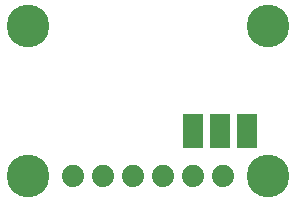
<source format=gbr>
G04 EAGLE Gerber RS-274X export*
G75*
%MOMM*%
%FSLAX34Y34*%
%LPD*%
%INSoldermask Bottom*%
%IPPOS*%
%AMOC8*
5,1,8,0,0,1.08239X$1,22.5*%
G01*
%ADD10C,1.879600*%
%ADD11C,3.617600*%
%ADD12R,1.651000X2.921000*%


D10*
X63500Y25400D03*
X88900Y25400D03*
X114300Y25400D03*
X139700Y25400D03*
X165100Y25400D03*
X190500Y25400D03*
D11*
X25400Y152400D03*
X228600Y152400D03*
X25400Y25400D03*
X228600Y25400D03*
D12*
X210820Y63500D03*
X187960Y63500D03*
X165100Y63500D03*
M02*

</source>
